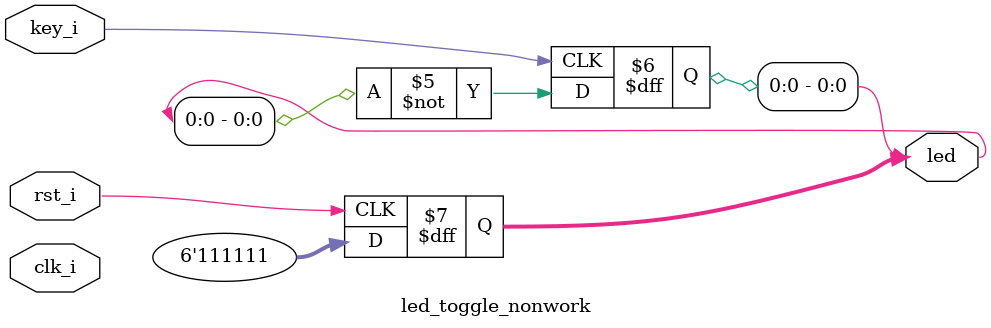
<source format=v>
`timescale 1us/1us


module led_toggle_nonwork(
  input clk_i,
  input key_i,
  input rst_i,
  output reg [5:0] led
);

always @(negedge rst_i) begin
 if (!rst_i)
   led <= 6'b111111;
end

always @(negedge key_i) begin
  if (!key_i)
    led[0] <= ~led[0];
end

endmodule

</source>
